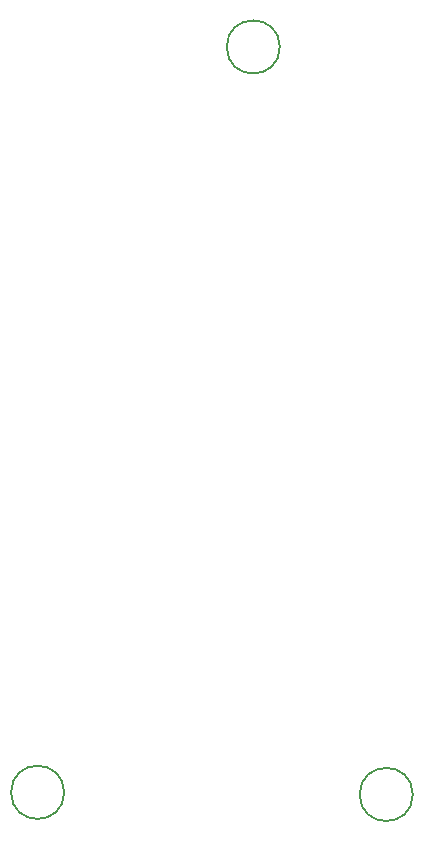
<source format=gbr>
%TF.GenerationSoftware,KiCad,Pcbnew,7.0.10*%
%TF.CreationDate,2024-01-11T23:08:57+05:30*%
%TF.ProjectId,rp2040-basic-m1,72703230-3430-42d6-9261-7369632d6d31,rev?*%
%TF.SameCoordinates,Original*%
%TF.FileFunction,Other,Comment*%
%FSLAX46Y46*%
G04 Gerber Fmt 4.6, Leading zero omitted, Abs format (unit mm)*
G04 Created by KiCad (PCBNEW 7.0.10) date 2024-01-11 23:08:57*
%MOMM*%
%LPD*%
G01*
G04 APERTURE LIST*
%ADD10C,0.150000*%
G04 APERTURE END LIST*
D10*
%TO.C,REF\u002A\u002A*%
X251070000Y-46250000D02*
G75*
G03*
X246570000Y-46250000I-2250000J0D01*
G01*
X246570000Y-46250000D02*
G75*
G03*
X251070000Y-46250000I2250000J0D01*
G01*
X262330000Y-109540000D02*
G75*
G03*
X257830000Y-109540000I-2250000J0D01*
G01*
X257830000Y-109540000D02*
G75*
G03*
X262330000Y-109540000I2250000J0D01*
G01*
X232810000Y-109360000D02*
G75*
G03*
X228310000Y-109360000I-2250000J0D01*
G01*
X228310000Y-109360000D02*
G75*
G03*
X232810000Y-109360000I2250000J0D01*
G01*
%TD*%
M02*

</source>
